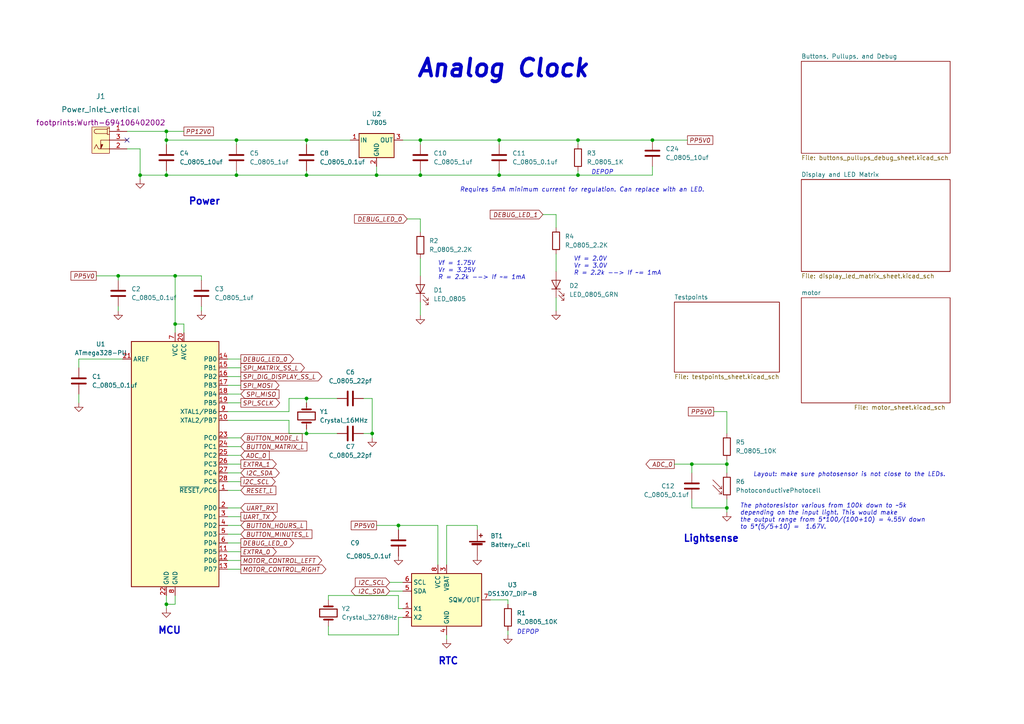
<source format=kicad_sch>
(kicad_sch (version 20211123) (generator eeschema)
  (paper "A4")
  (lib_symbols
    (symbol "HPS:ATmega328-PU"
      (property "Reference" "U" (at -11.43 39.37 0))
      (property "Value" "ATmega328-PU" (at -17.78 38.1 0))
      (symbol "ATmega328-PU_0_1"
        (rectangle (start -12.7 -35.56) (end 12.7 35.56) (stroke (width 0.254)) (fill (type background)))
      )
      (symbol "ATmega328-PU_1_1"
        (pin tri_state line (at 15.24 -7.62 180) (length 2.54) (name "~{RESET}/PC6") (number "1"))
        (pin tri_state line (at 15.24 12.7 180) (length 2.54) (name "XTAL2/PB7") (number "10"))
        (pin tri_state line (at 15.24 -25.4 180) (length 2.54) (name "PD5") (number "11"))
        (pin tri_state line (at 15.24 -27.94 180) (length 2.54) (name "PD6") (number "12"))
        (pin tri_state line (at 15.24 -30.48 180) (length 2.54) (name "PD7") (number "13"))
        (pin tri_state line (at 15.24 30.48 180) (length 2.54) (name "PB0") (number "14"))
        (pin tri_state line (at 15.24 27.94 180) (length 2.54) (name "PB1") (number "15"))
        (pin tri_state line (at 15.24 25.4 180) (length 2.54) (name "PB2") (number "16"))
        (pin tri_state line (at 15.24 22.86 180) (length 2.54) (name "PB3") (number "17"))
        (pin tri_state line (at 15.24 20.32 180) (length 2.54) (name "PB4") (number "18"))
        (pin tri_state line (at 15.24 17.78 180) (length 2.54) (name "PB5") (number "19"))
        (pin tri_state line (at 15.24 -12.7 180) (length 2.54) (name "PD0") (number "2"))
        (pin power_in line (at 2.54 38.1 270) (length 2.54) (name "AVCC") (number "20"))
        (pin passive line (at -15.24 30.48 0) (length 2.54) (name "AREF") (number "21"))
        (pin power_in line (at -2.54 -38.1 90) (length 2.54) (name "GND") (number "22"))
        (pin tri_state line (at 15.24 7.62 180) (length 2.54) (name "PC0") (number "23"))
        (pin tri_state line (at 15.24 5.08 180) (length 2.54) (name "PC1") (number "24"))
        (pin tri_state line (at 15.24 2.54 180) (length 2.54) (name "PC2") (number "25"))
        (pin tri_state line (at 15.24 0 180) (length 2.54) (name "PC3") (number "26"))
        (pin tri_state line (at 15.24 -2.54 180) (length 2.54) (name "PC4") (number "27"))
        (pin tri_state line (at 15.24 -5.08 180) (length 2.54) (name "PC5") (number "28"))
        (pin tri_state line (at 15.24 -15.24 180) (length 2.54) (name "PD1") (number "3"))
        (pin tri_state line (at 15.24 -17.78 180) (length 2.54) (name "PD2") (number "4"))
        (pin tri_state line (at 15.24 -20.32 180) (length 2.54) (name "PD3") (number "5"))
        (pin tri_state line (at 15.24 -22.86 180) (length 2.54) (name "PD4") (number "6"))
        (pin power_in line (at 0 38.1 270) (length 2.54) (name "VCC") (number "7"))
        (pin power_in line (at 0 -38.1 90) (length 2.54) (name "GND") (number "8"))
        (pin tri_state line (at 15.24 15.24 180) (length 2.54) (name "XTAL1/PB6") (number "9"))
      )
    )
    (symbol "HPS:Battery_Cell" (pin_numbers hide) (pin_names (offset 0) hide)
      (property "Reference" "BT" (at 2.54 2.54 0))
      (property "Value" "Battery_Cell" (at 2.54 0 0))
      (symbol "Battery_Cell_0_1"
        (rectangle (start -2.286 1.778) (end 2.286 1.524) (fill (type outline)))
        (rectangle (start -1.5748 1.1938) (end 1.4732 0.6858) (fill (type outline)))
        (polyline (pts (xy 0 0.762) (xy 0 0)))
        (polyline (pts (xy 0 1.778) (xy 0 2.54)))
        (polyline (pts (xy 0.508 3.429) (xy 1.524 3.429)) (stroke (width 0.254)))
        (polyline (pts (xy 1.016 3.937) (xy 1.016 2.921)) (stroke (width 0.254)))
      )
      (symbol "Battery_Cell_1_1"
        (pin passive line (at 0 5.08 270) (length 2.54) (name "+") (number "1"))
        (pin passive line (at 0 -2.54 90) (length 2.54) (name "-") (number "2"))
      )
    )
    (symbol "HPS:C_0805_0.1uf" (pin_numbers hide) (pin_names (offset 0.254))
      (property "Reference" "C" (at 0.635 2.54 0))
      (property "Value" "C_0805_0.1uf" (at 0.635 -2.54 0))
      (symbol "C_0805_0.1uf_0_1"
        (polyline (pts (xy -2.032 -0.762) (xy 2.032 -0.762)) (stroke (width 0.508)))
        (polyline (pts (xy -2.032 0.762) (xy 2.032 0.762)) (stroke (width 0.508)))
      )
      (symbol "C_0805_0.1uf_1_1"
        (pin passive line (at 0 3.81 270) (length 2.794) (name "~") (number "1"))
        (pin passive line (at 0 -3.81 90) (length 2.794) (name "~") (number "2"))
      )
    )
    (symbol "HPS:C_0805_10uf" (pin_numbers hide) (pin_names (offset 0.254))
      (property "Reference" "C" (at 0.635 2.54 0))
      (property "Value" "C_0805_10uf" (at 0.635 -2.54 0))
      (symbol "C_0805_10uf_0_1"
        (polyline (pts (xy -2.032 -0.762) (xy 2.032 -0.762)) (stroke (width 0.508)))
        (polyline (pts (xy -2.032 0.762) (xy 2.032 0.762)) (stroke (width 0.508)))
      )
      (symbol "C_0805_10uf_1_1"
        (pin passive line (at 0 3.81 270) (length 2.794) (name "~") (number "1"))
        (pin passive line (at 0 -3.81 90) (length 2.794) (name "~") (number "2"))
      )
    )
    (symbol "HPS:C_0805_1uf" (pin_numbers hide) (pin_names (offset 0.254))
      (property "Reference" "C" (at 0.635 2.54 0))
      (property "Value" "C_0805_1uf" (at 0.635 -2.54 0))
      (symbol "C_0805_1uf_0_1"
        (polyline (pts (xy -2.032 -0.762) (xy 2.032 -0.762)) (stroke (width 0.508)))
        (polyline (pts (xy -2.032 0.762) (xy 2.032 0.762)) (stroke (width 0.508)))
      )
      (symbol "C_0805_1uf_1_1"
        (pin passive line (at 0 3.81 270) (length 2.794) (name "~") (number "1"))
        (pin passive line (at 0 -3.81 90) (length 2.794) (name "~") (number "2"))
      )
    )
    (symbol "HPS:C_0805_22pf" (pin_numbers hide) (pin_names (offset 0.254))
      (property "Reference" "C" (at 0.635 2.54 0))
      (property "Value" "C_0805_22pf" (at 0.635 -2.54 0))
      (symbol "C_0805_22pf_0_1"
        (polyline (pts (xy -2.032 -0.762) (xy 2.032 -0.762)) (stroke (width 0.508)))
        (polyline (pts (xy -2.032 0.762) (xy 2.032 0.762)) (stroke (width 0.508)))
      )
      (symbol "C_0805_22pf_1_1"
        (pin passive line (at 0 3.81 270) (length 2.794) (name "~") (number "1"))
        (pin passive line (at 0 -3.81 90) (length 2.794) (name "~") (number "2"))
      )
    )
    (symbol "HPS:Crystal_16MHz" (pin_numbers hide) (pin_names (offset 1.016) hide)
      (property "Reference" "Y" (at 0 3.81 0))
      (property "Value" "Crystal_16MHz" (at 0 -3.81 0))
      (symbol "Crystal_16MHz_0_1"
        (rectangle (start -1.143 2.54) (end 1.143 -2.54) (stroke (width 0.3048)))
        (polyline (pts (xy -2.54 0) (xy -1.905 0)))
        (polyline (pts (xy -1.905 -1.27) (xy -1.905 1.27)) (stroke (width 0.508)))
        (polyline (pts (xy 1.905 -1.27) (xy 1.905 1.27)) (stroke (width 0.508)))
        (polyline (pts (xy 2.54 0) (xy 1.905 0)))
      )
      (symbol "Crystal_16MHz_1_1"
        (pin passive line (at -3.81 0 0) (length 1.27) (name "1") (number "1"))
        (pin passive line (at 3.81 0 180) (length 1.27) (name "2") (number "2"))
      )
    )
    (symbol "HPS:Crystal_32768Hz" (pin_numbers hide) (pin_names (offset 1.016) hide)
      (property "Reference" "Y" (at 0 3.81 0))
      (property "Value" "Crystal_32768Hz" (at 0 -3.81 0))
      (symbol "Crystal_32768Hz_0_1"
        (rectangle (start -1.143 2.54) (end 1.143 -2.54) (stroke (width 0.3048)))
        (polyline (pts (xy -2.54 0) (xy -1.905 0)))
        (polyline (pts (xy -1.905 -1.27) (xy -1.905 1.27)) (stroke (width 0.508)))
        (polyline (pts (xy 1.905 -1.27) (xy 1.905 1.27)) (stroke (width 0.508)))
        (polyline (pts (xy 2.54 0) (xy 1.905 0)))
      )
      (symbol "Crystal_32768Hz_1_1"
        (pin passive line (at -3.81 0 0) (length 1.27) (name "1") (number "1"))
        (pin passive line (at 3.81 0 180) (length 1.27) (name "2") (number "2"))
      )
    )
    (symbol "HPS:DS1307_DIP-8"
      (property "Reference" "U" (at -8.89 8.89 0))
      (property "Value" "DS1307_DIP-8" (at 1.27 8.89 0))
      (symbol "DS1307_DIP-8_0_1"
        (rectangle (start -10.16 7.62) (end 10.16 -7.62) (stroke (width 0.254)) (fill (type background)))
      )
      (symbol "DS1307_DIP-8_1_1"
        (pin input line (at -12.7 -2.54 0) (length 2.54) (name "X1") (number "1"))
        (pin input line (at -12.7 -5.08 0) (length 2.54) (name "X2") (number "2"))
        (pin power_in line (at 0 10.16 270) (length 2.54) (name "VBAT") (number "3"))
        (pin power_in line (at 0 -10.16 90) (length 2.54) (name "GND") (number "4"))
        (pin bidirectional line (at -12.7 2.54 0) (length 2.54) (name "SDA") (number "5"))
        (pin input line (at -12.7 5.08 0) (length 2.54) (name "SCL") (number "6"))
        (pin open_collector line (at 12.7 0 180) (length 2.54) (name "SQW/OUT") (number "7"))
        (pin power_in line (at -2.54 10.16 270) (length 2.54) (name "VCC") (number "8"))
      )
    )
    (symbol "HPS:GND" (power) (pin_names (offset 0))
      (property "Value" "GND" (at 0 -3.81 0))
      (symbol "GND_0_1"
        (polyline (pts (xy 0 0) (xy 0 -1.27) (xy 1.27 -1.27) (xy 0 -2.54) (xy -1.27 -1.27) (xy 0 -1.27)))
      )
      (symbol "GND_1_1"
        (pin power_in line (at 0 0 270) (length 0) hide (name "GND") (number "1"))
      )
    )
    (symbol "HPS:L7805" (pin_names (offset 0.254))
      (property "Reference" "U" (at -3.81 3.175 0))
      (property "Value" "L7805" (at 0 3.175 0))
      (symbol "L7805_0_1"
        (rectangle (start -5.08 1.905) (end 5.08 -5.08) (stroke (width 0.254)) (fill (type background)))
      )
      (symbol "L7805_1_1"
        (pin power_in line (at -7.62 0 0) (length 2.54) (name "IN") (number "1"))
        (pin power_in line (at 0 -7.62 90) (length 2.54) (name "GND") (number "2"))
        (pin power_out line (at 7.62 0 180) (length 2.54) (name "OUT") (number "3"))
      )
    )
    (symbol "HPS:LED_0805" (pin_numbers hide) (pin_names (offset 1.016) hide)
      (property "Reference" "D" (at 0 2.54 0))
      (property "Value" "LED_0805" (at 0 -2.54 0))
      (symbol "LED_0805_0_1"
        (polyline (pts (xy -1.27 -1.27) (xy -1.27 1.27)) (stroke (width 0.2032)))
        (polyline (pts (xy -1.27 0) (xy 1.27 0)))
        (polyline (pts (xy 1.27 -1.27) (xy 1.27 1.27) (xy -1.27 0) (xy 1.27 -1.27)) (stroke (width 0.2032)))
        (polyline (pts (xy -3.048 -0.762) (xy -4.572 -2.286) (xy -3.81 -2.286) (xy -4.572 -2.286) (xy -4.572 -1.524)))
        (polyline (pts (xy -1.778 -0.762) (xy -3.302 -2.286) (xy -2.54 -2.286) (xy -3.302 -2.286) (xy -3.302 -1.524)))
      )
      (symbol "LED_0805_1_1"
        (pin passive line (at -3.81 0 0) (length 2.54) (name "K") (number "1"))
        (pin passive line (at 3.81 0 180) (length 2.54) (name "A") (number "2"))
      )
    )
    (symbol "HPS:LED_0805_GRN" (pin_numbers hide) (pin_names (offset 1.016) hide)
      (property "Reference" "D" (at 0 2.54 0))
      (property "Value" "LED_0805_GRN" (at 0 -2.54 0))
      (symbol "LED_0805_GRN_0_1"
        (polyline (pts (xy -1.27 -1.27) (xy -1.27 1.27)) (stroke (width 0.2032)))
        (polyline (pts (xy -1.27 0) (xy 1.27 0)))
        (polyline (pts (xy 1.27 -1.27) (xy 1.27 1.27) (xy -1.27 0) (xy 1.27 -1.27)) (stroke (width 0.2032)))
        (polyline (pts (xy -3.048 -0.762) (xy -4.572 -2.286) (xy -3.81 -2.286) (xy -4.572 -2.286) (xy -4.572 -1.524)))
        (polyline (pts (xy -1.778 -0.762) (xy -3.302 -2.286) (xy -2.54 -2.286) (xy -3.302 -2.286) (xy -3.302 -1.524)))
      )
      (symbol "LED_0805_GRN_1_1"
        (pin passive line (at -3.81 0 0) (length 2.54) (name "K") (number "1"))
        (pin passive line (at 3.81 0 180) (length 2.54) (name "A") (number "2"))
      )
    )
    (symbol "HPS:PhotoconductivePhotocell" (pin_numbers hide) (pin_names (offset 0))
      (property "Reference" "R" (at 5.08 1.27 0))
      (property "Value" "PhotoconductivePhotocell" (at 13.97 0 0))
      (symbol "PhotoconductivePhotocell_0_1"
        (rectangle (start -1.016 2.54) (end 1.016 -2.54) (stroke (width 0.254)))
        (polyline (pts (xy -1.524 -2.286) (xy -4.064 0.254)))
        (polyline (pts (xy -1.524 -2.286) (xy -2.286 -2.286)))
        (polyline (pts (xy -1.524 -2.286) (xy -1.524 -1.524)))
        (polyline (pts (xy -1.524 -0.762) (xy -4.064 1.778)))
        (polyline (pts (xy -1.524 -0.762) (xy -2.286 -0.762)))
        (polyline (pts (xy -1.524 -0.762) (xy -1.524 0)))
      )
      (symbol "PhotoconductivePhotocell_1_1"
        (pin passive line (at 0 3.81 270) (length 1.27) (name "~") (number "1"))
        (pin passive line (at 0 -3.81 90) (length 1.27) (name "~") (number "2"))
      )
    )
    (symbol "HPS:Power_inlet_vertical" (pin_names (offset 1.016) hide)
      (property "Reference" "J" (at -2.54 5.08 0))
      (property "Value" "Power_inlet_vertical" (at 0 -5.334 0))
      (property "Footprint" "footprints:Wurth-694106402002" (at 0 -7.874 0))
      (symbol "Power_inlet_vertical_0_1"
        (arc (start -3.81 3.175) (mid -4.445 2.54) (end -3.81 1.905))
        (polyline (pts (xy -0.635 1.905) (xy -3.81 1.905)))
        (polyline (pts (xy -0.635 1.905) (xy -0.635 3.175)))
        (polyline (pts (xy -0.635 3.175) (xy -3.81 3.175)))
        (polyline (pts (xy -2.54 -1.27) (xy -2.54 0) (xy 0 0)))
        (polyline (pts (xy -0.635 1.905) (xy -0.635 1.651) (xy 0 1.651)))
        (polyline (pts (xy -0.635 3.175) (xy -0.635 3.429) (xy 0 3.429)))
        (polyline (pts (xy -2.54 -2.54) (xy -1.905 -1.27) (xy -2.54 -1.27) (xy -2.54 -2.54)) (fill (type outline)))
        (polyline (pts (xy 0 -2.54) (xy -3.175 -2.54) (xy -3.81 -1.27) (xy -4.445 -2.54)))
        (rectangle (start 0 3.81) (end -5.08 -3.81) (fill (type background)))
      )
      (symbol "Power_inlet_vertical_1_1"
        (pin passive line (at 5.08 2.54 180) (length 5.08) (name "POLE") (number "1"))
        (pin passive line (at 5.08 -2.54 180) (length 5.08) (name "OUT") (number "2"))
        (pin passive line (at 5.08 0 180) (length 5.08) (name "OUT") (number "3"))
      )
    )
    (symbol "HPS:R_0805_10K" (pin_numbers hide) (pin_names (offset 0))
      (property "Reference" "R" (at 2.032 0 90))
      (property "Value" "R_0805_10K" (at -2.54 0 90))
      (symbol "R_0805_10K_0_1"
        (rectangle (start -1.016 -2.54) (end 1.016 2.54) (stroke (width 0.254)))
      )
      (symbol "R_0805_10K_1_1"
        (pin passive line (at 0 3.81 270) (length 1.27) (name "~") (number "1"))
        (pin passive line (at 0 -3.81 90) (length 1.27) (name "~") (number "2"))
      )
    )
    (symbol "HPS:R_0805_1K" (pin_numbers hide) (pin_names (offset 0))
      (property "Reference" "R" (at 2.032 0 90))
      (property "Value" "R_0805_1K" (at -2.54 0 90))
      (symbol "R_0805_1K_0_1"
        (rectangle (start -1.016 -2.54) (end 1.016 2.54) (stroke (width 0.254)))
      )
      (symbol "R_0805_1K_1_1"
        (pin passive line (at 0 3.81 270) (length 1.27) (name "~") (number "1"))
        (pin passive line (at 0 -3.81 90) (length 1.27) (name "~") (number "2"))
      )
    )
    (symbol "HPS:R_0805_2.2K" (pin_numbers hide) (pin_names (offset 0))
      (property "Reference" "R" (at 2.032 0 90))
      (property "Value" "R_0805_2.2K" (at -2.54 0 90))
      (symbol "R_0805_2.2K_0_1"
        (rectangle (start -1.016 -2.54) (end 1.016 2.54) (stroke (width 0.254)))
      )
      (symbol "R_0805_2.2K_1_1"
        (pin passive line (at 0 3.81 270) (length 1.27) (name "~") (number "1"))
        (pin passive line (at 0 -3.81 90) (length 1.27) (name "~") (number "2"))
      )
    )
  )
  (junction (at 68.58 40.64))
  (junction (at 88.9 50.8))
  (junction (at 50.8 93.98))
  (junction (at 48.26 38.1))
  (junction (at 200.66 134.62))
  (junction (at 144.78 50.8))
  (junction (at 40.64 50.8))
  (junction (at 68.58 50.8))
  (junction (at 167.64 50.8))
  (junction (at 88.9 125.73))
  (junction (at 167.64 40.64))
  (junction (at 210.82 134.62))
  (junction (at 115.57 152.4))
  (junction (at 48.26 40.64))
  (junction (at 189.23 40.64))
  (junction (at 109.22 50.8))
  (junction (at 88.9 115.57))
  (junction (at 88.9 40.64))
  (junction (at 121.92 40.64))
  (junction (at 107.95 125.73))
  (junction (at 210.82 147.32))
  (junction (at 34.29 80.01))
  (junction (at 144.78 40.64))
  (junction (at 48.26 50.8))
  (junction (at 48.26 175.26))
  (junction (at 50.8 80.01))
  (junction (at 121.92 50.8))
  (no_connect (at 36.83 40.64))
  (wire (pts (xy 161.29 62.23) (xy 157.48 62.23)))
  (wire (pts (xy 127 163.83) (xy 127 152.4)))
  (wire (pts (xy 66.04 152.4) (xy 69.85 152.4)))
  (wire (pts (xy 121.92 40.64) (xy 121.92 41.91)))
  (wire (pts (xy 210.82 134.62) (xy 210.82 137.16)))
  (wire (pts (xy 147.32 182.88) (xy 147.32 184.15)))
  (wire (pts (xy 109.22 50.8) (xy 88.9 50.8)))
  (wire (pts (xy 107.95 125.73) (xy 107.95 127)))
  (wire (pts (xy 144.78 40.64) (xy 144.78 41.91)))
  (wire (pts (xy 129.54 163.83) (xy 129.54 152.4)))
  (wire (pts (xy 66.04 106.68) (xy 69.85 106.68)))
  (wire (pts (xy 36.83 38.1) (xy 48.26 38.1)))
  (wire (pts (xy 66.04 119.38) (xy 83.82 119.38)))
  (wire (pts (xy 50.8 93.98) (xy 50.8 96.52)))
  (wire (pts (xy 66.04 121.92) (xy 83.82 121.92)))
  (wire (pts (xy 66.04 129.54) (xy 69.85 129.54)))
  (wire (pts (xy 66.04 149.86) (xy 69.85 149.86)))
  (wire (pts (xy 210.82 147.32) (xy 210.82 148.59)))
  (wire (pts (xy 144.78 40.64) (xy 167.64 40.64)))
  (wire (pts (xy 116.84 176.53) (xy 115.57 176.53)))
  (wire (pts (xy 200.66 134.62) (xy 210.82 134.62)))
  (wire (pts (xy 68.58 40.64) (xy 68.58 41.91)))
  (wire (pts (xy 66.04 109.22) (xy 69.85 109.22)))
  (wire (pts (xy 116.84 171.45) (xy 113.03 171.45)))
  (wire (pts (xy 68.58 50.8) (xy 68.58 49.53)))
  (wire (pts (xy 210.82 125.73) (xy 210.82 119.38)))
  (wire (pts (xy 50.8 172.72) (xy 50.8 175.26)))
  (wire (pts (xy 48.26 38.1) (xy 53.34 38.1)))
  (wire (pts (xy 40.64 50.8) (xy 40.64 43.18)))
  (wire (pts (xy 36.83 43.18) (xy 40.64 43.18)))
  (wire (pts (xy 27.94 80.01) (xy 34.29 80.01)))
  (wire (pts (xy 210.82 119.38) (xy 207.01 119.38)))
  (wire (pts (xy 109.22 50.8) (xy 121.92 50.8)))
  (wire (pts (xy 115.57 152.4) (xy 127 152.4)))
  (wire (pts (xy 66.04 116.84) (xy 69.85 116.84)))
  (wire (pts (xy 48.26 40.64) (xy 68.58 40.64)))
  (wire (pts (xy 195.58 134.62) (xy 200.66 134.62)))
  (wire (pts (xy 129.54 152.4) (xy 138.43 152.4)))
  (wire (pts (xy 66.04 162.56) (xy 69.85 162.56)))
  (wire (pts (xy 200.66 144.78) (xy 200.66 147.32)))
  (wire (pts (xy 189.23 40.64) (xy 199.39 40.64)))
  (wire (pts (xy 116.84 168.91) (xy 113.03 168.91)))
  (wire (pts (xy 189.23 50.8) (xy 189.23 48.26)))
  (wire (pts (xy 121.92 87.63) (xy 121.92 91.44)))
  (wire (pts (xy 109.22 48.26) (xy 109.22 50.8)))
  (wire (pts (xy 83.82 125.73) (xy 88.9 125.73)))
  (wire (pts (xy 95.25 172.72) (xy 95.25 173.99)))
  (wire (pts (xy 147.32 175.26) (xy 147.32 173.99)))
  (wire (pts (xy 66.04 147.32) (xy 69.85 147.32)))
  (wire (pts (xy 48.26 50.8) (xy 68.58 50.8)))
  (wire (pts (xy 48.26 40.64) (xy 48.26 41.91)))
  (wire (pts (xy 161.29 66.04) (xy 161.29 62.23)))
  (wire (pts (xy 48.26 49.53) (xy 48.26 50.8)))
  (wire (pts (xy 167.64 49.53) (xy 167.64 50.8)))
  (wire (pts (xy 40.64 50.8) (xy 48.26 50.8)))
  (wire (pts (xy 48.26 175.26) (xy 48.26 176.53)))
  (wire (pts (xy 161.29 86.36) (xy 161.29 90.17)))
  (wire (pts (xy 66.04 154.94) (xy 69.85 154.94)))
  (wire (pts (xy 121.92 40.64) (xy 144.78 40.64)))
  (wire (pts (xy 121.92 67.31) (xy 121.92 63.5)))
  (wire (pts (xy 200.66 137.16) (xy 200.66 134.62)))
  (wire (pts (xy 95.25 184.15) (xy 95.25 181.61)))
  (wire (pts (xy 121.92 63.5) (xy 118.11 63.5)))
  (wire (pts (xy 66.04 139.7) (xy 69.85 139.7)))
  (wire (pts (xy 88.9 125.73) (xy 97.79 125.73)))
  (wire (pts (xy 66.04 160.02) (xy 69.85 160.02)))
  (wire (pts (xy 68.58 40.64) (xy 88.9 40.64)))
  (wire (pts (xy 66.04 114.3) (xy 69.85 114.3)))
  (wire (pts (xy 50.8 80.01) (xy 50.8 93.98)))
  (wire (pts (xy 58.42 90.17) (xy 58.42 88.9)))
  (wire (pts (xy 40.64 52.07) (xy 40.64 50.8)))
  (wire (pts (xy 22.86 104.14) (xy 35.56 104.14)))
  (wire (pts (xy 167.64 40.64) (xy 167.64 41.91)))
  (wire (pts (xy 116.84 179.07) (xy 115.57 179.07)))
  (wire (pts (xy 115.57 184.15) (xy 95.25 184.15)))
  (wire (pts (xy 58.42 80.01) (xy 58.42 81.28)))
  (wire (pts (xy 66.04 157.48) (xy 69.85 157.48)))
  (wire (pts (xy 105.41 115.57) (xy 107.95 115.57)))
  (wire (pts (xy 115.57 153.67) (xy 115.57 152.4)))
  (wire (pts (xy 66.04 132.08) (xy 69.85 132.08)))
  (wire (pts (xy 50.8 175.26) (xy 48.26 175.26)))
  (wire (pts (xy 116.84 40.64) (xy 121.92 40.64)))
  (wire (pts (xy 210.82 133.35) (xy 210.82 134.62)))
  (wire (pts (xy 88.9 40.64) (xy 88.9 41.91)))
  (wire (pts (xy 83.82 121.92) (xy 83.82 125.73)))
  (wire (pts (xy 88.9 49.53) (xy 88.9 50.8)))
  (wire (pts (xy 66.04 104.14) (xy 69.85 104.14)))
  (wire (pts (xy 210.82 144.78) (xy 210.82 147.32)))
  (wire (pts (xy 66.04 134.62) (xy 69.85 134.62)))
  (wire (pts (xy 167.64 40.64) (xy 189.23 40.64)))
  (wire (pts (xy 142.24 173.99) (xy 147.32 173.99)))
  (wire (pts (xy 200.66 147.32) (xy 210.82 147.32)))
  (wire (pts (xy 115.57 179.07) (xy 115.57 184.15)))
  (wire (pts (xy 88.9 50.8) (xy 68.58 50.8)))
  (wire (pts (xy 66.04 142.24) (xy 69.85 142.24)))
  (wire (pts (xy 109.22 152.4) (xy 115.57 152.4)))
  (wire (pts (xy 144.78 50.8) (xy 144.78 49.53)))
  (wire (pts (xy 83.82 115.57) (xy 88.9 115.57)))
  (wire (pts (xy 121.92 74.93) (xy 121.92 80.01)))
  (wire (pts (xy 22.86 106.68) (xy 22.86 104.14)))
  (wire (pts (xy 53.34 96.52) (xy 53.34 93.98)))
  (wire (pts (xy 144.78 50.8) (xy 167.64 50.8)))
  (wire (pts (xy 121.92 49.53) (xy 121.92 50.8)))
  (wire (pts (xy 34.29 88.9) (xy 34.29 90.17)))
  (wire (pts (xy 53.34 93.98) (xy 50.8 93.98)))
  (wire (pts (xy 66.04 137.16) (xy 69.85 137.16)))
  (wire (pts (xy 66.04 111.76) (xy 69.85 111.76)))
  (wire (pts (xy 66.04 165.1) (xy 69.85 165.1)))
  (wire (pts (xy 88.9 115.57) (xy 97.79 115.57)))
  (wire (pts (xy 107.95 125.73) (xy 105.41 125.73)))
  (wire (pts (xy 34.29 80.01) (xy 50.8 80.01)))
  (wire (pts (xy 48.26 38.1) (xy 48.26 40.64)))
  (wire (pts (xy 88.9 124.46) (xy 88.9 125.73)))
  (wire (pts (xy 34.29 81.28) (xy 34.29 80.01)))
  (wire (pts (xy 121.92 50.8) (xy 144.78 50.8)))
  (wire (pts (xy 66.04 127) (xy 69.85 127)))
  (wire (pts (xy 115.57 172.72) (xy 95.25 172.72)))
  (wire (pts (xy 167.64 50.8) (xy 189.23 50.8)))
  (wire (pts (xy 88.9 115.57) (xy 88.9 116.84)))
  (wire (pts (xy 48.26 172.72) (xy 48.26 175.26)))
  (wire (pts (xy 107.95 115.57) (xy 107.95 125.73)))
  (wire (pts (xy 115.57 176.53) (xy 115.57 172.72)))
  (wire (pts (xy 83.82 119.38) (xy 83.82 115.57)))
  (wire (pts (xy 50.8 80.01) (xy 58.42 80.01)))
  (wire (pts (xy 138.43 152.4) (xy 138.43 153.67)))
  (wire (pts (xy 161.29 73.66) (xy 161.29 78.74)))
  (wire (pts (xy 129.54 184.15) (xy 129.54 185.42)))
  (wire (pts (xy 22.86 114.3) (xy 22.86 116.84)))
  (wire (pts (xy 88.9 40.64) (xy 101.6 40.64)))
  (text "Vf = 1.75V\nVr = 3.25V\nR = 2.2k --> If ~= 1mA" (at 127 81.28 0) (effects (font (size 1.27 1.27) italic) (justify left bottom)))
  (text "RTC" (at 127 193.04 0) (effects (font (size 2 2) (thickness 0.4) bold) (justify left bottom)))
  (text "MCU" (at 45.72 184.15 0) (effects (font (size 2 2) (thickness 0.4) bold) (justify left bottom)))
  (text "DEPOP" (at 171.45 50.8 0) (effects (font (size 1.27 1.27) italic) (justify left bottom)))
  (text "The photoresistor various from 100k down to ~5k\ndepending on the input light. This would make \nthe output range from 5*100/(100+10) = 4.55V down\nto 5*(5/5+10) =  1.67V." (at 214.63 153.67 0) (effects (font (size 1.27 1.27) italic) (justify left bottom)))
  (text "DEPOP" (at 149.86 184.15 0) (effects (font (size 1.27 1.27) italic) (justify left bottom)))
  (text "Analog Clock" (at 120.65 22.86 0) (effects (font (size 5 5) (thickness 1) bold italic) (justify left bottom)))
  (text "Power" (at 54.61 59.69 0) (effects (font (size 2 2) (thickness 0.4) bold) (justify left bottom)))
  (text "Vf = 2.0V\nVr = 3.0V\nR = 2.2k --> If ~= 1mA" (at 166.37 80.01 0) (effects (font (size 1.27 1.27) italic) (justify left bottom)))
  (text "Layout: make sure photosensor is not close to the LEDs." (at 218.44 138.43 0) (effects (font (size 1.27 1.27) italic) (justify left bottom)))
  (text "Requires 5mA minimum current for regulation. Can replace with an LED." (at 133.35 55.88 0) (effects (font (size 1.27 1.27) italic) (justify left bottom)))
  (text "Lightsense" (at 198.12 157.48 0) (effects (font (size 2 2) (thickness 0.4) bold) (justify left bottom)))
  (global_label "DEBUG_LED_0" (shape input) (at 118.11 63.5 180) (effects (font italic)) (property "Intersheet References" "${INTERSHEET_REFS}" (effects hide)))
  (global_label "MOTOR_CONTROL_LEFT" (shape output) (at 69.85 162.56 0) (effects (font italic)) (property "Intersheet References" "${INTERSHEET_REFS}" (effects hide)))
  (global_label "MOTOR_CONTROL_RIGHT" (shape output) (at 69.85 165.1 0) (effects (font italic)) (property "Intersheet References" "${INTERSHEET_REFS}" (effects hide)))
  (global_label "EXTRA_1" (shape output) (at 69.85 134.62 0) (effects (font italic)) (property "Intersheet References" "${INTERSHEET_REFS}" (effects hide)))
  (global_label "SPI_MOSI" (shape output) (at 69.85 111.76 0) (effects (font italic)) (property "Intersheet References" "${INTERSHEET_REFS}" (effects hide)))
  (global_label "UART_RX" (shape input) (at 69.85 147.32 0) (effects (font italic)) (property "Intersheet References" "${INTERSHEET_REFS}" (effects hide)))
  (global_label "I2C_SCL" (shape input) (at 113.03 168.91 180) (effects (font italic)) (property "Intersheet References" "${INTERSHEET_REFS}" (effects hide)))
  (global_label "RESET_L" (shape input) (at 69.85 142.24 0) (effects (font italic)) (property "Intersheet References" "${INTERSHEET_REFS}" (effects hide)))
  (global_label "ADC_0" (shape output) (at 195.58 134.62 180) (effects (font italic)) (property "Intersheet References" "${INTERSHEET_REFS}" (effects hide)))
  (global_label "SPI_MISO" (shape input) (at 69.85 114.3 0) (effects (font italic)) (property "Intersheet References" "${INTERSHEET_REFS}" (effects hide)))
  (global_label "SPI_MATRIX_SS_L" (shape output) (at 69.85 106.68 0) (effects (font italic)) (property "Intersheet References" "${INTERSHEET_REFS}" (effects hide)))
  (global_label "BUTTON_HOURS_L" (shape input) (at 69.85 152.4 0) (effects (font italic)) (property "Intersheet References" "${INTERSHEET_REFS}" (effects hide)))
  (global_label "EXTRA_0" (shape output) (at 69.85 160.02 0) (effects (font italic)) (property "Intersheet References" "${INTERSHEET_REFS}" (effects hide)))
  (global_label "BUTTON_MODE_L" (shape input) (at 69.85 127 0) (effects (font italic)) (property "Intersheet References" "${INTERSHEET_REFS}" (effects hide)))
  (global_label "PP5V0" (shape passive) (at 27.94 80.01 180) (effects (font italic)) (property "Intersheet References" "${INTERSHEET_REFS}" (effects hide)))
  (global_label "BUTTON_MATRIX_L" (shape input) (at 69.85 129.54 0) (effects (font italic)) (property "Intersheet References" "${INTERSHEET_REFS}" (effects hide)))
  (global_label "PP5V0" (shape passive) (at 199.39 40.64 0) (effects (font italic)) (property "Intersheet References" "${INTERSHEET_REFS}" (effects hide)))
  (global_label "I2C_SCL" (shape output) (at 69.85 139.7 0) (effects (font italic)) (property "Intersheet References" "${INTERSHEET_REFS}" (effects hide)))
  (global_label "DEBUG_LED_1" (shape input) (at 157.48 62.23 180) (effects (font italic)) (property "Intersheet References" "${INTERSHEET_REFS}" (effects hide)))
  (global_label "PP12V0" (shape passive) (at 53.34 38.1 0) (effects (font italic)) (property "Intersheet References" "${INTERSHEET_REFS}" (effects hide)))
  (global_label "I2C_SDA" (shape bidirectional) (at 113.03 171.45 180) (effects (font italic)) (property "Intersheet References" "${INTERSHEET_REFS}" (effects hide)))
  (global_label "PP5V0" (shape passive) (at 109.22 152.4 180) (effects (font italic)) (property "Intersheet References" "${INTERSHEET_REFS}" (effects hide)))
  (global_label "DEBUG_LED_0" (shape output) (at 69.85 157.48 0) (effects (font italic)) (property "Intersheet References" "${INTERSHEET_REFS}" (effects hide)))
  (global_label "SPI_DIG_DISPLAY_SS_L" (shape output) (at 69.85 109.22 0) (effects (font italic)) (property "Intersheet References" "${INTERSHEET_REFS}" (effects hide)))
  (global_label "UART_TX" (shape output) (at 69.85 149.86 0) (effects (font italic)) (property "Intersheet References" "${INTERSHEET_REFS}" (effects hide)))
  (global_label "I2C_SDA" (shape bidirectional) (at 69.85 137.16 0) (effects (font italic)) (property "Intersheet References" "${INTERSHEET_REFS}" (effects hide)))
  (global_label "DEBUG_LED_0" (shape output) (at 69.85 104.14 0) (effects (font italic)) (property "Intersheet References" "${INTERSHEET_REFS}" (effects hide)))
  (global_label "SPI_SCLK" (shape output) (at 69.85 116.84 0) (effects (font italic)) (property "Intersheet References" "${INTERSHEET_REFS}" (effects hide)))
  (global_label "ADC_0" (shape input) (at 69.85 132.08 0) (effects (font italic)) (property "Intersheet References" "${INTERSHEET_REFS}" (effects hide)))
  (global_label "PP5V0" (shape passive) (at 207.01 119.38 180) (effects (font italic)) (property "Intersheet References" "${INTERSHEET_REFS}" (effects hide)))
  (global_label "BUTTON_MINUTES_L" (shape input) (at 69.85 154.94 0) (effects (font italic)) (property "Intersheet References" "${INTERSHEET_REFS}" (effects hide)))
  (symbol (lib_id "HPS:L7805") (at 109.22 40.64 0) (unit 1)
    (property "Reference" "U2" (at 109.22 33.02 0))
    (property "Value" "L7805" (at 109.22 35.56 0))
    (property "Footprint" "footprints:TO-252-2" (effects hide))
    (property "Datasheet" "http://www.st.com/content/ccc/resource/technical/document/datasheet/41/4f/b3/b0/12/d4/47/88/CD00000444.pdf/files/CD00000444.pdf/jcr:content/translations/en.CD00000444.pdf" (effects hide))
  )
  (symbol (lib_id "HPS:GND") (at 121.92 91.44 0) (unit 1)
    (property "Reference" "#PWR0113" (effects hide))
    (property "Value" "GND" (effects hide))
  )
  (symbol (lib_id "HPS:Battery_Cell") (at 138.43 158.75 0) (unit 1)
    (property "Reference" "BT1" (at 142.24 155.4479 0) (effects (justify left)))
    (property "Value" "Battery_Cell" (at 142.24 157.9879 0) (effects (justify left)))
    (property "Footprint" "footprints:BatteryHolder_Keystone_106_1x20mm" (effects hide))
    (property "Datasheet" "https://media.digikey.com/pdf/Data%20Sheets/Memory%20Protection%20PDFs/Coin_Cell_Guide.pdf" (effects hide))
    (property "MFG" "MPD (Memory Protection Devices)" (effects hide))
    (property "MPN" "BS-7" (effects hide))
    (property "Digikey PN" "BS-7-ND" (effects hide))
    (property "Mouser PN" "N/A" (effects hide))
  )
  (symbol (lib_id "HPS:GND") (at 40.64 52.07 0) (unit 1)
    (property "Reference" "#PWR0101" (effects hide))
    (property "Value" "GND" (effects hide))
  )
  (symbol (lib_id "HPS:GND") (at 22.86 116.84 0) (unit 1)
    (property "Reference" "#PWR0103" (effects hide))
    (property "Value" "GND" (effects hide))
  )
  (symbol (lib_id "HPS:C_0805_0.1uf") (at 115.57 157.48 0) (unit 1)
    (property "Reference" "C9" (at 101.6 157.48 0) (effects (justify left)))
    (property "Value" "C_0805_0.1uf" (at 100.33 161.29 0) (effects (justify left)))
    (property "Footprint" "footprints:C_0805_2012Metric" (effects hide))
    (property "Datasheet" "https://datasheets.avx.com/X7RDielectric.pdf" (effects hide))
    (property "MFG" "AVX Corporation" (effects hide))
    (property "MPN" "08055C104KAT2A" (effects hide))
    (property "Digikey PN" "478-1395-1-ND" (effects hide))
    (property "Mouser PN" "N/A" (effects hide))
    (property "Voltage" "N/A" (effects hide))
    (property "Dielectric" "N/A" (effects hide))
    (property "Tolerance" "N/A" (effects hide))
  )
  (symbol (lib_id "HPS:GND") (at 129.54 185.42 0) (unit 1)
    (property "Reference" "#PWR0107" (effects hide))
    (property "Value" "GND" (effects hide))
  )
  (symbol (lib_id "HPS:GND") (at 210.82 148.59 0) (unit 1)
    (property "Reference" "#PWR0112" (effects hide))
    (property "Value" "GND" (effects hide))
  )
  (symbol (lib_id "HPS:ATmega328-PU") (at 50.8 134.62 0) (unit 1)
    (property "Reference" "U1" (at 29.21 99.8093 0))
    (property "Value" "ATmega328-PU" (at 29.21 102.3493 0))
    (property "Footprint" "footprints:DIP-28_W7.62mm" (effects hide))
    (property "Datasheet" "http://www.microchip.com/mymicrochip/filehandler.aspx?ddocname=en608326" (effects hide))
    (property "MFG" "On Shore Technology Inc." (effects hide))
    (property "MPN" "ED281DT" (effects hide))
    (property "Digikey PN" "ED3050-5-ND" (effects hide))
    (property "Mouser PN" "N/A" (effects hide))
  )
  (symbol (lib_id "HPS:C_0805_1uf") (at 58.42 85.09 0) (unit 1)
    (property "Reference" "C3" (at 62.23 83.8199 0) (effects (justify left)))
    (property "Value" "C_0805_1uf" (at 62.23 86.3599 0) (effects (justify left)))
    (property "Footprint" "footprints:C_0805_2012Metric" (effects hide))
    (property "Datasheet" "https://www.yageo.com/upload/media/product/productsearch/datasheet/mlcc/UPY-GPHC_X7R_6.3V-to-50V_18.pdf" (effects hide))
    (property "MFG" "Yageo" (effects hide))
    (property "MPN" "CC0805KKX7R8BB105" (effects hide))
    (property "Digikey PN" "311-1456-1-ND" (effects hide))
    (property "Mouser PN" "N/A" (effects hide))
    (property "Voltage" "N/A" (effects hide))
    (property "Dielectric" "N/A" (effects hide))
    (property "Tolerance" "N/A" (effects hide))
  )
  (symbol (lib_id "HPS:C_0805_0.1uf") (at 34.29 85.09 0) (unit 1)
    (property "Reference" "C2" (at 38.1 83.8199 0) (effects (justify left)))
    (property "Value" "C_0805_0.1uf" (at 38.1 86.3599 0) (effects (justify left)))
    (property "Footprint" "footprints:C_0805_2012Metric" (effects hide))
    (property "Datasheet" "https://datasheets.avx.com/X7RDielectric.pdf" (effects hide))
    (property "MFG" "AVX Corporation" (effects hide))
    (property "MPN" "08055C104KAT2A" (effects hide))
    (property "Digikey PN" "478-1395-1-ND" (effects hide))
    (property "Mouser PN" "N/A" (effects hide))
    (property "Voltage" "N/A" (effects hide))
    (property "Dielectric" "N/A" (effects hide))
    (property "Tolerance" "N/A" (effects hide))
  )
  (symbol (lib_id "HPS:C_0805_1uf") (at 68.58 45.72 0) (unit 1)
    (property "Reference" "C5" (at 72.39 44.4499 0) (effects (justify left)))
    (property "Value" "C_0805_1uf" (at 72.39 46.9899 0) (effects (justify left)))
    (property "Footprint" "footprints:C_0805_2012Metric" (effects hide))
    (property "Datasheet" "https://www.yageo.com/upload/media/product/productsearch/datasheet/mlcc/UPY-GPHC_X7R_6.3V-to-50V_18.pdf" (effects hide))
    (property "MFG" "Yageo" (effects hide))
    (property "MPN" "CC0805KKX7R8BB105" (effects hide))
    (property "Digikey PN" "311-1456-1-ND" (effects hide))
    (property "Mouser PN" "N/A" (effects hide))
    (property "Voltage" "N/A" (effects hide))
    (property "Dielectric" "N/A" (effects hide))
    (property "Tolerance" "N/A" (effects hide))
  )
  (symbol (lib_id "HPS:LED_0805_GRN") (at 161.29 82.55 90) (unit 1)
    (property "Reference" "D2" (at 165.1 82.8801 90) (effects (justify right)))
    (property "Value" "LED_0805_GRN" (at 165.1 85.4201 90) (effects (justify right)))
    (property "Footprint" "footprints:LED_0805_2012Metric" (effects hide))
    (property "Datasheet" "https://www.we-online.com/katalog/datasheet/150080VS75000.pdf" (effects hide))
    (property "MFG" "Würth Elektronik" (effects hide))
    (property "MPN" "150080VS75000" (effects hide))
    (property "Digikey PN" "732-4986-1-ND" (effects hide))
    (property "Mouser PN" "N/A" (effects hide))
  )
  (symbol (lib_id "HPS:GND") (at 115.57 161.29 0) (unit 1)
    (property "Reference" "#PWR0108" (effects hide))
    (property "Value" "GND" (effects hide))
  )
  (symbol (lib_id "HPS:C_0805_0.1uf") (at 144.78 45.72 0) (unit 1)
    (property "Reference" "C11" (at 148.59 44.4499 0) (effects (justify left)))
    (property "Value" "C_0805_0.1uf" (at 148.59 46.9899 0) (effects (justify left)))
    (property "Footprint" "footprints:C_0805_2012Metric" (effects hide))
    (property "Datasheet" "https://datasheets.avx.com/X7RDielectric.pdf" (effects hide))
    (property "MFG" "AVX Corporation" (effects hide))
    (property "MPN" "08055C104KAT2A" (effects hide))
    (property "Digikey PN" "478-1395-1-ND" (effects hide))
    (property "Mouser PN" "N/A" (effects hide))
    (property "Voltage" "N/A" (effects hide))
    (property "Dielectric" "N/A" (effects hide))
    (property "Tolerance" "N/A" (effects hide))
  )
  (symbol (lib_id "HPS:GND") (at 147.32 184.15 0) (unit 1)
    (property "Reference" "#PWR0110" (effects hide))
    (property "Value" "GND" (effects hide))
  )
  (symbol (lib_id "HPS:GND") (at 48.26 176.53 0) (unit 1)
    (property "Reference" "#PWR0102" (effects hide))
    (property "Value" "GND" (effects hide))
  )
  (symbol (lib_id "HPS:R_0805_2.2K") (at 121.92 71.12 0) (unit 1)
    (property "Reference" "R2" (at 124.46 69.8499 0) (effects (justify left)))
    (property "Value" "R_0805_2.2K" (at 124.46 72.3899 0) (effects (justify left)))
    (property "Footprint" "footprints:R_0805_2012Metric" (effects hide))
    (property "Datasheet" "https://www.digikey.com/en/products/detail/yageo/RC0805FR-072K2L/727676" (effects hide))
    (property "MFG" "N/A" (effects hide))
    (property "MPN" "N/A" (effects hide))
    (property "Digikey PN" "311-2.20KCRCT-ND" (effects hide))
    (property "Mouser PN" "N/A" (effects hide))
    (property "Power" "N/A" (effects hide))
    (property "Tolerance" "N/A" (effects hide))
  )
  (symbol (lib_id "HPS:GND") (at 161.29 90.17 0) (unit 1)
    (property "Reference" "#PWR0111" (effects hide))
    (property "Value" "GND" (effects hide))
  )
  (symbol (lib_id "HPS:R_0805_1K") (at 167.64 45.72 0) (unit 1) (in_bom no)
    (property "Reference" "R3" (at 170.18 44.4499 0) (effects (justify left)))
    (property "Value" "R_0805_1K" (at 170.18 46.9899 0) (effects (justify left)))
    (property "Footprint" "footprints:R_0805_2012Metric" (effects hide))
    (property "Datasheet" "https://www.digikey.com/en/products/detail/yageo/RC0805FR-071KL/727444" (effects hide))
    (property "MFG" "Yageo" (effects hide))
    (property "Digikey PN" "RC0805FR-0710KL" (effects hide))
    (property "Mouser PN" "N/A" (effects hide))
    (property "Power" "N/A" (effects hide))
    (property "Tolerance" "N/A" (effects hide))
    (property "MPN" "RC0805FR-071KL" (effects hide))
  )
  (symbol (lib_id "HPS:C_0805_22pf") (at 101.6 115.57 90) (unit 1)
    (property "Reference" "C6" (at 101.6 107.95 90))
    (property "Value" "C_0805_22pf" (at 101.6 110.49 90))
    (property "Footprint" "footprints:C_0805_2012Metric" (effects hide))
    (property "Datasheet" "https://www.yageo.com/upload/media/product/productsearch/datasheet/mlcc/UPY-GP_NP0_16V-to-50V_18.pdf" (effects hide))
    (property "MFG" "Yageo" (effects hide))
    (property "MPN" "CC0805JRNPO9BN220" (effects hide))
    (property "Digikey PN" "311-1103-1-ND" (effects hide))
    (property "Mouser PN" "N/A" (effects hide))
    (property "Voltage" "N/A" (effects hide))
    (property "Dielectric" "N/A" (effects hide))
    (property "Tolerance" "N/A" (effects hide))
  )
  (symbol (lib_id "HPS:C_0805_10uf") (at 189.23 44.45 0) (unit 1)
    (property "Reference" "C24" (at 193.04 43.1799 0) (effects (justify left)))
    (property "Value" "C_0805_10uf" (at 193.04 45.7199 0) (effects (justify left)))
    (property "Footprint" "footprints:C_0805_2012Metric" (effects hide))
    (property "Datasheet" "https://search.murata.co.jp/Ceramy/image/img/A01X/G101/ENG/GRM21BR61E106KA73-01.pdf" (effects hide))
    (property "MFG" "Murata Electronics" (effects hide))
    (property "MPN" "GRM21BR61E106KA73L" (effects hide))
    (property "Digikey PN" "490-5523-1-ND" (effects hide))
    (property "Mouser PN" "N/A" (effects hide))
    (property "Voltage" "N/A" (effects hide))
    (property "Dielectric" "N/A" (effects hide))
    (property "Tolerance" "N/A" (effects hide))
  )
  (symbol (lib_id "HPS:Power_inlet_vertical") (at 31.75 40.64 0) (unit 1)
    (property "Reference" "J1" (at 29.21 27.94 0) (effects (font (size 1.524 1.524))))
    (property "Value" "Power_inlet_vertical" (at 29.21 31.75 0) (effects (font (size 1.524 1.524))))
    (property "Footprint" "footprints:Wurth-694106402002" (at 29.21 35.56 0) (effects (font (size 1.524 1.524))))
    (property "Datasheet" "https://www.we-online.com/katalog/datasheet/6941xx402002.pdf" (effects hide))
    (property "MFG" "Wurth" (effects hide))
    (property "MPN" "694106402002" (effects hide))
    (property "Digikey PN" "732-5931-ND" (effects hide))
  )
  (symbol (lib_id "HPS:Crystal_32768Hz") (at 95.25 177.8 90) (unit 1)
    (property "Reference" "Y2" (at 99.06 176.5299 90) (effects (justify right)))
    (property "Value" "Crystal_32768Hz" (at 99.06 179.0699 90) (effects (justify right)))
    (property "Footprint" "footprints:Crystal_SMD_2Pin_3.2x1.5mm" (effects hide))
    (property "Datasheet" "https://www.jauch.com/downloadfile/57fde22d50dbf_d3c203011c87952f2834/jtx310-auto-2-210512.pdf" (effects hide))
    (property "MFG" "Jauch Quartz" (effects hide))
    (property "MPN" "Q 0,032768-JTX310-12,5-20-T1-HMR-50K-LF" (effects hide))
    (property "Digikey PN" "1908-1314-1-ND" (effects hide))
    (property "Mouser PN" "N/A" (effects hide))
  )
  (symbol (lib_id "HPS:C_0805_0.1uf") (at 22.86 110.49 0) (unit 1)
    (property "Reference" "C1" (at 26.67 109.2199 0) (effects (justify left)))
    (property "Value" "C_0805_0.1uf" (at 26.67 111.7599 0) (effects (justify left)))
    (property "Footprint" "footprints:C_0805_2012Metric" (effects hide))
    (property "Datasheet" "https://datasheets.avx.com/X7RDielectric.pdf" (effects hide))
    (property "MFG" "AVX Corporation" (effects hide))
    (property "MPN" "08055C104KAT2A" (effects hide))
    (property "Digikey PN" "478-1395-1-ND" (effects hide))
    (property "Mouser PN" "N/A" (effects hide))
    (property "Voltage" "N/A" (effects hide))
    (property "Dielectric" "N/A" (effects hide))
    (property "Tolerance" "N/A" (effects hide))
  )
  (symbol (lib_id "HPS:C_0805_10uf") (at 48.26 45.72 0) (unit 1)
    (property "Reference" "C4" (at 52.07 44.4499 0) (effects (justify left)))
    (property "Value" "C_0805_10uf" (at 52.07 46.9899 0) (effects (justify left)))
    (property "Footprint" "footprints:C_0805_2012Metric" (effects hide))
    (property "Datasheet" "https://search.murata.co.jp/Ceramy/image/img/A01X/G101/ENG/GRM21BR61E106KA73-01.pdf" (effects hide))
    (property "MFG" "Murata Electronics" (effects hide))
    (property "MPN" "GRM21BR61E106KA73L" (effects hide))
    (property "Digikey PN" "490-5523-1-ND" (effects hide))
    (property "Mouser PN" "N/A" (effects hide))
    (property "Voltage" "N/A" (effects hide))
    (property "Dielectric" "N/A" (effects hide))
    (property "Tolerance" "N/A" (effects hide))
  )
  (symbol (lib_id "HPS:GND") (at 107.95 127 0) (unit 1)
    (property "Reference" "#PWR0106" (effects hide))
    (property "Value" "GND" (effects hide))
  )
  (symbol (lib_id "HPS:GND") (at 58.42 90.17 0) (unit 1)
    (property "Reference" "#PWR0104" (effects hide))
    (property "Value" "GND" (effects hide))
  )
  (symbol (lib_id "HPS:R_0805_10K") (at 147.32 179.07 0) (unit 1) (in_bom no)
    (property "Reference" "R1" (at 149.86 177.7999 0) (effects (justify left)))
    (property "Value" "R_0805_10K" (at 149.86 180.3399 0) (effects (justify left)))
    (property "Footprint" "footprints:R_0805_2012Metric" (effects hide))
    (property "Datasheet" "https://www.digikey.com/en/products/detail/yageo/RC0805FR-0710KL/727535" (effects hide))
    (property "MFG" "Yageo" (effects hide))
    (property "MPN" "RC0805FR-0710KL" (effects hide))
    (property "Digikey PN" "311-10.0KCRCT-ND" (effects hide))
    (property "Mouser PN" "N/A" (effects hide))
    (property "Power" "N/A" (effects hide))
    (property "Tolerance" "N/A" (effects hide))
  )
  (symbol (lib_id "HPS:C_0805_0.1uf") (at 200.66 140.97 0) (unit 1)
    (property "Reference" "C12" (at 191.77 140.97 0) (effects (justify left)))
    (property "Value" "C_0805_0.1uf" (at 186.69 143.51 0) (effects (justify left)))
    (property "Footprint" "footprints:C_0805_2012Metric" (effects hide))
    (property "Datasheet" "https://datasheets.avx.com/X7RDielectric.pdf" (effects hide))
    (property "MFG" "AVX Corporation" (effects hide))
    (property "MPN" "08055C104KAT2A" (effects hide))
    (property "Digikey PN" "478-1395-1-ND" (effects hide))
    (property "Mouser PN" "N/A" (effects hide))
    (property "Voltage" "N/A" (effects hide))
    (property "Dielectric" "N/A" (effects hide))
    (property "Tolerance" "N/A" (effects hide))
  )
  (symbol (lib_id "HPS:PhotoconductivePhotocell") (at 210.82 140.97 0) (unit 1)
    (property "Reference" "R6" (at 213.36 139.6999 0) (effects (justify left)))
    (property "Value" "PhotoconductivePhotocell" (at 213.36 142.2399 0) (effects (justify left)))
    (property "Footprint" "footprints:R_LDR_4.9x4.2mm_P2.54mm_Vertical" (effects hide))
    (property "Datasheet" "https://media.digikey.com/pdf/Data%20Sheets/Photonic%20Detetectors%20Inc%20PDFs/PDV-P8103.pdf" (effects hide))
    (property "MFG" "Advanced Photonix" (effects hide))
    (property "MPN" "PDV-P8103" (effects hide))
    (property "Digikey PN" "PDV-P8103-ND" (effects hide))
    (property "Mouser PN" "N/A" (effects hide))
    (property "Voltage" "N/A" (effects hide))
    (property "Dielectric" "N/A" (effects hide))
    (property "Tolerance" "N/A" (effects hide))
  )
  (symbol (lib_id "HPS:GND") (at 138.43 161.29 0) (unit 1)
    (property "Reference" "#PWR0109" (effects hide))
    (property "Value" "GND" (effects hide))
  )
  (symbol (lib_id "HPS:DS1307_DIP-8") (at 129.54 173.99 0) (unit 1)
    (property "Reference" "U3" (at 148.59 169.6593 0))
    (property "Value" "DS1307_DIP-8" (at 148.59 172.1993 0))
    (property "Footprint" "footprints:DIP-8_W7.62mm" (effects hide))
    (property "Datasheet" "https://datasheets.maximintegrated.com/en/ds/DS1307.pdf" (effects hide))
    (property "MFG" "Assmann WSW Components" (effects hide))
    (property "MPN" "A 08-LC-TT" (effects hide))
    (property "Digikey PN" "AE9986-ND" (effects hide))
    (property "Mouser PN" "N/A" (effects hide))
  )
  (symbol (lib_id "HPS:GND") (at 34.29 90.17 0) (unit 1)
    (property "Reference" "#PWR0105" (effects hide))
    (property "Value" "GND" (effects hide))
  )
  (symbol (lib_id "HPS:C_0805_1uf") (at 121.92 45.72 0) (unit 1)
    (property "Reference" "C10" (at 125.73 44.4499 0) (effects (justify left)))
    (property "Value" "C_0805_1uf" (at 125.73 46.9899 0) (effects (justify left)))
    (property "Footprint" "footprints:C_0805_2012Metric" (effects hide))
    (property "Datasheet" "https://www.yageo.com/upload/media/product/productsearch/datasheet/mlcc/UPY-GPHC_X7R_6.3V-to-50V_18.pdf" (effects hide))
    (property "MFG" "Yageo" (effects hide))
    (property "MPN" "CC0805KKX7R8BB105" (effects hide))
    (property "Digikey PN" "311-1456-1-ND" (effects hide))
    (property "Mouser PN" "N/A" (effects hide))
    (property "Voltage" "N/A" (effects hide))
    (property "Dielectric" "N/A" (effects hide))
    (property "Tolerance" "N/A" (effects hide))
  )
  (symbol (lib_id "HPS:Crystal_16MHz") (at 88.9 120.65 90) (unit 1)
    (property "Reference" "Y1" (at 92.71 119.3799 90) (effects (justify right)))
    (property "Value" "Crystal_16MHz" (at 92.71 121.9199 90) (effects (justify right)))
    (property "Footprint" "footprints:Crystal_SMD_HC49-SD" (effects hide))
    (property "Datasheet" "https://ecsxtal.com/store/pdf/csm-7x-dn.pdf" (effects hide))
    (property "MFG" "ECS Inc." (effects hide))
    (property "MPN" "ECS-160-20-5PXDN-TR" (effects hide))
    (property "Digikey PN" "XC1299CT-ND" (effects hide))
    (property "Mouser PN" "N/A" (effects hide))
  )
  (symbol (lib_id "HPS:C_0805_0.1uf") (at 88.9 45.72 0) (unit 1)
    (property "Reference" "C8" (at 92.71 44.4499 0) (effects (justify left)))
    (property "Value" "C_0805_0.1uf" (at 92.71 46.9899 0) (effects (justify left)))
    (property "Footprint" "footprints:C_0805_2012Metric" (effects hide))
    (property "Datasheet" "https://datasheets.avx.com/X7RDielectric.pdf" (effects hide))
    (property "MFG" "AVX Corporation" (effects hide))
    (property "MPN" "08055C104KAT2A" (effects hide))
    (property "Digikey PN" "478-1395-1-ND" (effects hide))
    (property "Mouser PN" "N/A" (effects hide))
    (property "Voltage" "N/A" (effects hide))
    (property "Dielectric" "N/A" (effects hide))
    (property "Tolerance" "N/A" (effects hide))
  )
  (symbol (lib_id "HPS:C_0805_22pf") (at 101.6 125.73 90) (unit 1)
    (property "Reference" "C7" (at 101.6 129.54 90))
    (property "Value" "C_0805_22pf" (at 101.6 132.08 90))
    (property "Footprint" "footprints:C_0805_2012Metric" (effects hide))
    (property "Datasheet" "https://www.yageo.com/upload/media/product/productsearch/datasheet/mlcc/UPY-GP_NP0_16V-to-50V_18.pdf" (effects hide))
    (property "MFG" "Yageo" (effects hide))
    (property "MPN" "CC0805JRNPO9BN220" (effects hide))
    (property "Digikey PN" "311-1103-1-ND" (effects hide))
    (property "Mouser PN" "N/A" (effects hide))
    (property "Voltage" "N/A" (effects hide))
    (property "Dielectric" "N/A" (effects hide))
    (property "Tolerance" "N/A" (effects hide))
  )
  (symbol (lib_id "HPS:R_0805_10K") (at 210.82 129.54 0) (unit 1)
    (property "Reference" "R5" (at 213.36 128.2699 0) (effects (justify left)))
    (property "Value" "R_0805_10K" (at 213.36 130.8099 0) (effects (justify left)))
    (property "Footprint" "footprints:R_0805_2012Metric" (effects hide))
    (property "Datasheet" "https://www.digikey.com/en/products/detail/yageo/RC0805FR-0710KL/727535" (effects hide))
    (property "MFG" "Yageo" (effects hide))
    (property "MPN" "RC0805FR-0710KL" (effects hide))
    (property "Digikey PN" "311-10.0KCRCT-ND" (effects hide))
    (property "Mouser PN" "N/A" (effects hide))
    (property "Power" "N/A" (effects hide))
    (property "Tolerance" "N/A" (effects hide))
  )
  (symbol (lib_id "HPS:R_0805_2.2K") (at 161.29 69.85 0) (unit 1)
    (property "Reference" "R4" (at 163.83 68.5799 0) (effects (justify left)))
    (property "Value" "R_0805_2.2K" (at 163.83 71.1199 0) (effects (justify left)))
    (property "Footprint" "footprints:R_0805_2012Metric" (effects hide))
    (property "Datasheet" "https://www.digikey.com/en/products/detail/yageo/RC0805FR-072K2L/727676" (effects hide))
    (property "MFG" "N/A" (effects hide))
    (property "MPN" "N/A" (effects hide))
    (property "Digikey PN" "311-2.20KCRCT-ND" (effects hide))
    (property "Mouser PN" "N/A" (effects hide))
    (property "Power" "N/A" (effects hide))
    (property "Tolerance" "N/A" (effects hide))
  )
  (symbol (lib_id "HPS:LED_0805") (at 121.92 83.82 90) (unit 1)
    (property "Reference" "D1" (at 125.73 84.1501 90) (effects (justify right)))
    (property "Value" "LED_0805" (at 125.73 86.6901 90) (effects (justify right)))
    (property "Footprint" "footprints:LED_0805_2012Metric" (effects hide))
    (property "Datasheet" "https://www.we-online.de/katalog/datasheet/150080RS75000.pdf" (effects hide))
    (property "MFG" "Würth Elektronik" (effects hide))
    (property "MPN" "150080RS75000" (effects hide))
    (property "Digikey PN" "732-4984-1-ND" (effects hide))
    (property "Mouser PN" "N/A" (effects hide))
  )
  (sheet (at 232.41 17.78) (size 43.18 26.67) (stroke (width 0.1524))
    (property "Sheet name" "Buttons, Pullups, and Debug" (at 232.41 17.0684 0) (effects (justify left bottom)))
    (property "Sheet file" "buttons_pullups_debug_sheet.kicad_sch" (at 232.41 45.0346 0) (effects (justify left top)))
  )
  (sheet (at 232.41 86.36) (size 43.18 30.48) (stroke (width 0.1524))
    (property "Sheet name" "motor" (at 232.41 85.6484 0) (effects (justify left bottom)))
    (property "Sheet file" "motor_sheet.kicad_sch" (at 247.65 117.4246 0) (effects (justify left top)))
  )
  (sheet (at 232.41 52.07) (size 43.18 26.67) (stroke (width 0.1524))
    (property "Sheet name" "Display and LED Matrix" (at 232.41 51.3584 0) (effects (justify left bottom)))
    (property "Sheet file" "display_led_matrix_sheet.kicad_sch" (at 232.41 79.3246 0) (effects (justify left top)))
  )
  (sheet (at 195.58 87.63) (size 30.48 20.32) (stroke (width 0.1524))
    (property "Sheet name" "Testpoints" (at 195.58 86.9184 0) (effects (justify left bottom)))
    (property "Sheet file" "testpoints_sheet.kicad_sch" (at 195.58 108.5346 0) (effects (justify left top)))
  )
)
</source>
